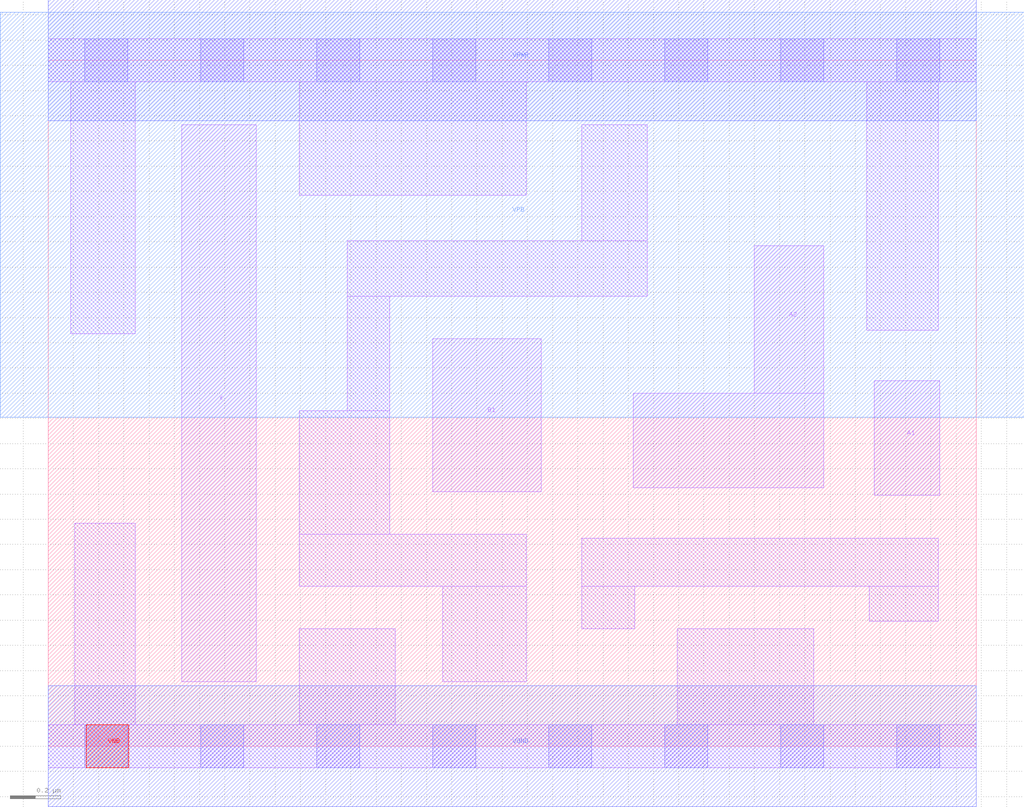
<source format=lef>
# Copyright 2020 The SkyWater PDK Authors
#
# Licensed under the Apache License, Version 2.0 (the "License");
# you may not use this file except in compliance with the License.
# You may obtain a copy of the License at
#
#     https://www.apache.org/licenses/LICENSE-2.0
#
# Unless required by applicable law or agreed to in writing, software
# distributed under the License is distributed on an "AS IS" BASIS,
# WITHOUT WARRANTIES OR CONDITIONS OF ANY KIND, either express or implied.
# See the License for the specific language governing permissions and
# limitations under the License.
#
# SPDX-License-Identifier: Apache-2.0

VERSION 5.7 ;
  NOWIREEXTENSIONATPIN ON ;
  DIVIDERCHAR "/" ;
  BUSBITCHARS "[]" ;
PROPERTYDEFINITIONS
  MACRO maskLayoutSubType STRING ;
  MACRO prCellType STRING ;
  MACRO originalViewName STRING ;
END PROPERTYDEFINITIONS
MACRO sky130_fd_sc_hdll__o21a_2
  CLASS CORE ;
  FOREIGN sky130_fd_sc_hdll__o21a_2 ;
  ORIGIN  0.000000  0.000000 ;
  SIZE  3.680000 BY  2.720000 ;
  SYMMETRY X Y R90 ;
  SITE unithd ;
  PIN A1
    ANTENNAGATEAREA  0.277500 ;
    DIRECTION INPUT ;
    USE SIGNAL ;
    PORT
      LAYER li1 ;
        RECT 3.275000 0.995000 3.535000 1.450000 ;
    END
  END A1
  PIN A2
    ANTENNAGATEAREA  0.277500 ;
    DIRECTION INPUT ;
    USE SIGNAL ;
    PORT
      LAYER li1 ;
        RECT 2.320000 1.025000 3.075000 1.400000 ;
        RECT 2.800000 1.400000 3.075000 1.985000 ;
    END
  END A2
  PIN B1
    ANTENNAGATEAREA  0.277500 ;
    DIRECTION INPUT ;
    USE SIGNAL ;
    PORT
      LAYER li1 ;
        RECT 1.525000 1.010000 1.955000 1.615000 ;
    END
  END B1
  PIN X
    ANTENNADIFFAREA  0.506250 ;
    DIRECTION OUTPUT ;
    USE SIGNAL ;
    PORT
      LAYER li1 ;
        RECT 0.530000 0.255000 0.825000 2.465000 ;
    END
  END X
  PIN VGND
    DIRECTION INOUT ;
    USE GROUND ;
    PORT
      LAYER met1 ;
        RECT 0.000000 -0.240000 3.680000 0.240000 ;
    END
  END VGND
  PIN VNB
    DIRECTION INOUT ;
    USE GROUND ;
    PORT
      LAYER pwell ;
        RECT 0.150000 -0.085000 0.320000 0.085000 ;
    END
  END VNB
  PIN VPB
    DIRECTION INOUT ;
    USE POWER ;
    PORT
      LAYER nwell ;
        RECT -0.190000 1.305000 3.870000 2.910000 ;
    END
  END VPB
  PIN VPWR
    DIRECTION INOUT ;
    USE POWER ;
    PORT
      LAYER met1 ;
        RECT 0.000000 2.480000 3.680000 2.960000 ;
    END
  END VPWR
  OBS
    LAYER li1 ;
      RECT 0.000000 -0.085000 3.680000 0.085000 ;
      RECT 0.000000  2.635000 3.680000 2.805000 ;
      RECT 0.090000  1.635000 0.345000 2.635000 ;
      RECT 0.105000  0.085000 0.345000 0.885000 ;
      RECT 0.995000  0.085000 1.375000 0.465000 ;
      RECT 0.995000  0.635000 1.895000 0.840000 ;
      RECT 0.995000  0.840000 1.355000 1.330000 ;
      RECT 0.995000  2.185000 1.895000 2.635000 ;
      RECT 1.185000  1.330000 1.355000 1.785000 ;
      RECT 1.185000  1.785000 2.375000 2.005000 ;
      RECT 1.565000  0.255000 1.895000 0.635000 ;
      RECT 2.115000  0.465000 2.325000 0.635000 ;
      RECT 2.115000  0.635000 3.530000 0.825000 ;
      RECT 2.115000  2.005000 2.375000 2.465000 ;
      RECT 2.495000  0.085000 3.035000 0.465000 ;
      RECT 3.245000  1.650000 3.530000 2.635000 ;
      RECT 3.255000  0.495000 3.530000 0.635000 ;
    LAYER mcon ;
      RECT 0.145000 -0.085000 0.315000 0.085000 ;
      RECT 0.145000  2.635000 0.315000 2.805000 ;
      RECT 0.605000 -0.085000 0.775000 0.085000 ;
      RECT 0.605000  2.635000 0.775000 2.805000 ;
      RECT 1.065000 -0.085000 1.235000 0.085000 ;
      RECT 1.065000  2.635000 1.235000 2.805000 ;
      RECT 1.525000 -0.085000 1.695000 0.085000 ;
      RECT 1.525000  2.635000 1.695000 2.805000 ;
      RECT 1.985000 -0.085000 2.155000 0.085000 ;
      RECT 1.985000  2.635000 2.155000 2.805000 ;
      RECT 2.445000 -0.085000 2.615000 0.085000 ;
      RECT 2.445000  2.635000 2.615000 2.805000 ;
      RECT 2.905000 -0.085000 3.075000 0.085000 ;
      RECT 2.905000  2.635000 3.075000 2.805000 ;
      RECT 3.365000 -0.085000 3.535000 0.085000 ;
      RECT 3.365000  2.635000 3.535000 2.805000 ;
  END
  PROPERTY maskLayoutSubType "abstract" ;
  PROPERTY prCellType "standard" ;
  PROPERTY originalViewName "layout" ;
END sky130_fd_sc_hdll__o21a_2
END LIBRARY

</source>
